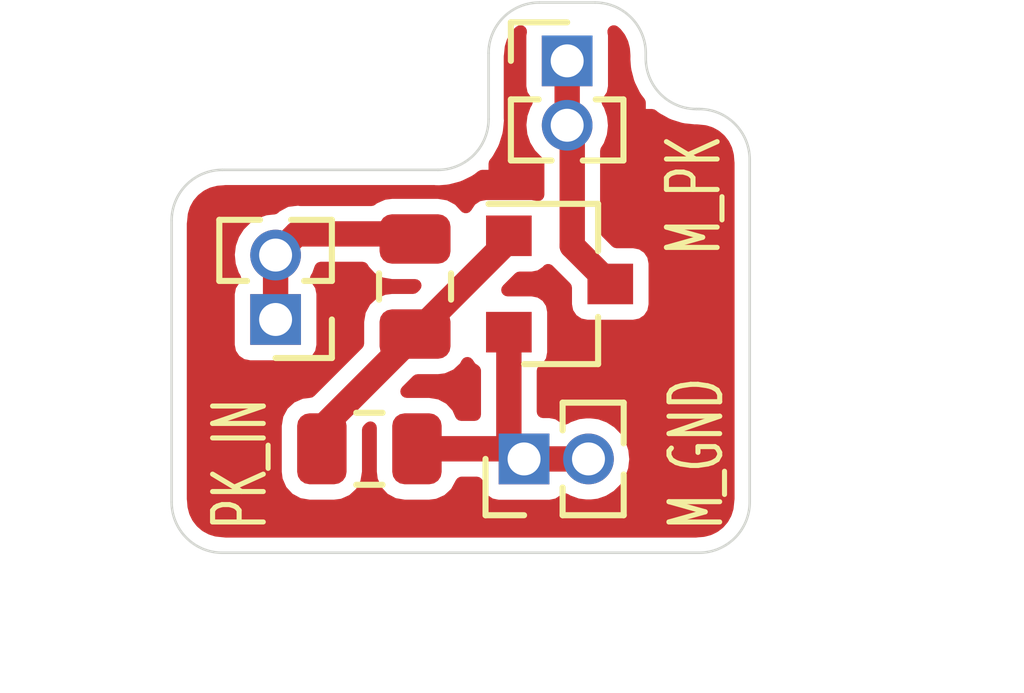
<source format=kicad_pcb>
(kicad_pcb (version 20190605) (host pcbnew "(5.99.0-21-g5348f88a8)")

  (general
    (thickness 1.6)
    (drawings 29)
    (tracks 20)
    (modules 6)
    (nets 5)
  )

  (page "A4")
  (layers
    (0 "F.Cu" signal)
    (31 "B.Cu" signal)
    (32 "B.Adhes" user)
    (33 "F.Adhes" user)
    (34 "B.Paste" user)
    (35 "F.Paste" user)
    (36 "B.SilkS" user)
    (37 "F.SilkS" user)
    (38 "B.Mask" user)
    (39 "F.Mask" user)
    (40 "Dwgs.User" user)
    (41 "Cmts.User" user)
    (42 "Eco1.User" user)
    (43 "Eco2.User" user)
    (44 "Edge.Cuts" user)
    (45 "Margin" user)
    (46 "B.CrtYd" user)
    (47 "F.CrtYd" user)
    (48 "B.Fab" user)
    (49 "F.Fab" user)
  )

  (setup
    (last_trace_width 0.5)
    (trace_clearance 0.2)
    (zone_clearance 0.3)
    (zone_45_only no)
    (trace_min 0.2)
    (via_size 0.8)
    (via_drill 0.4)
    (via_min_size 0.4)
    (via_min_drill 0.3)
    (uvia_size 0.3)
    (uvia_drill 0.1)
    (uvias_allowed no)
    (uvia_min_size 0.2)
    (uvia_min_drill 0.1)
    (max_error 0.005)
    (defaults
      (edge_clearance 0.01)
      (edge_cuts_line_width 0.05)
      (courtyard_line_width 0.05)
      (copper_line_width 0.2)
      (copper_text_dims (size 1.5 1.5) (thickness 0.3) keep_upright)
      (silk_line_width 0.12)
      (silk_text_dims (size 1 1) (thickness 0.15) keep_upright)
      (other_layers_line_width 0.1)
      (other_layers_text_dims (size 1 1) (thickness 0.15) keep_upright)
    )
    (pad_size 1.524 1.524)
    (pad_drill 0.762)
    (pad_to_mask_clearance 0.051)
    (solder_mask_min_width 0.25)
    (aux_axis_origin 0 0)
    (visible_elements FFFFFF7F)
    (pcbplotparams
      (layerselection 0x010fc_ffffffff)
      (usegerberextensions false)
      (usegerberattributes false)
      (usegerberadvancedattributes false)
      (creategerberjobfile false)
      (excludeedgelayer true)
      (linewidth 0.100000)
      (plotframeref false)
      (viasonmask false)
      (mode 1)
      (useauxorigin false)
      (hpglpennumber 1)
      (hpglpenspeed 20)
      (hpglpendiameter 15.000000)
      (psnegative false)
      (psa4output false)
      (plotreference true)
      (plotvalue true)
      (plotinvisibletext false)
      (padsonsilk false)
      (subtractmaskfromsilk false)
      (outputformat 1)
      (mirror false)
      (drillshape 0)
      (scaleselection 1)
      (outputdirectory "Fab/"))
  )

  (net 0 "")
  (net 1 "/MCU_PWR_KEY")
  (net 2 "/M_PWR_KEY")
  (net 3 "/M_GND")
  (net 4 "Net-(Q1-Pad1)")

  (net_class "Default" "This is the default net class."
    (clearance 0.2)
    (trace_width 0.5)
    (via_dia 0.8)
    (via_drill 0.4)
    (uvia_dia 0.3)
    (uvia_drill 0.1)
    (add_net "/MCU_PWR_KEY")
    (add_net "/M_GND")
    (add_net "/M_PWR_KEY")
    (add_net "Net-(Q1-Pad1)")
  )

  (module "Resistor_SMD:R_0805_2012Metric" (layer "F.Cu") (tedit 5B36C52B) (tstamp 5DE982AA)
    (at 118 87 180)
    (descr "Resistor SMD 0805 (2012 Metric), square (rectangular) end terminal, IPC_7351 nominal, (Body size source: https://docs.google.com/spreadsheets/d/1BsfQQcO9C6DZCsRaXUlFlo91Tg2WpOkGARC1WS5S8t0/edit?usp=sharing), generated with kicad-footprint-generator")
    (tags "resistor")
    (path "/5DE96132")
    (attr smd)
    (fp_text reference "R2" (at 0 -1.65) (layer "F.SilkS") hide
      (effects (font (size 1 1) (thickness 0.15)))
    )
    (fp_text value "47k" (at 0 1.65) (layer "F.Fab")
      (effects (font (size 1 1) (thickness 0.15)))
    )
    (fp_line (start -1 0.6) (end -1 -0.6) (layer "F.Fab") (width 0.1))
    (fp_line (start -1 -0.6) (end 1 -0.6) (layer "F.Fab") (width 0.1))
    (fp_line (start 1 -0.6) (end 1 0.6) (layer "F.Fab") (width 0.1))
    (fp_line (start 1 0.6) (end -1 0.6) (layer "F.Fab") (width 0.1))
    (fp_line (start -0.258578 -0.71) (end 0.258578 -0.71) (layer "F.SilkS") (width 0.12))
    (fp_line (start -0.258578 0.71) (end 0.258578 0.71) (layer "F.SilkS") (width 0.12))
    (fp_line (start -1.68 0.95) (end -1.68 -0.95) (layer "F.CrtYd") (width 0.05))
    (fp_line (start -1.68 -0.95) (end 1.68 -0.95) (layer "F.CrtYd") (width 0.05))
    (fp_line (start 1.68 -0.95) (end 1.68 0.95) (layer "F.CrtYd") (width 0.05))
    (fp_line (start 1.68 0.95) (end -1.68 0.95) (layer "F.CrtYd") (width 0.05))
    (fp_text user "%R" (at 0 0) (layer "F.Fab")
      (effects (font (size 0.5 0.5) (thickness 0.08)))
    )
    (pad "2" smd roundrect (at 0.9375 0 180) (size 0.975 1.4) (layers "F.Cu" "F.Paste" "F.Mask") (roundrect_rratio 0.25)
      (net 4 "Net-(Q1-Pad1)"))
    (pad "1" smd roundrect (at -0.9375 0 180) (size 0.975 1.4) (layers "F.Cu" "F.Paste" "F.Mask") (roundrect_rratio 0.25)
      (net 3 "/M_GND"))
    (model "${KISYS3DMOD}/Resistor_SMD.3dshapes/R_0805_2012Metric.wrl"
      (at (xyz 0 0 0))
      (scale (xyz 1 1 1))
      (rotate (xyz 0 0 0))
    )
  )

  (module "Resistor_SMD:R_0805_2012Metric" (layer "F.Cu") (tedit 5B36C52B) (tstamp 5DE98299)
    (at 118.9 83.8 90)
    (descr "Resistor SMD 0805 (2012 Metric), square (rectangular) end terminal, IPC_7351 nominal, (Body size source: https://docs.google.com/spreadsheets/d/1BsfQQcO9C6DZCsRaXUlFlo91Tg2WpOkGARC1WS5S8t0/edit?usp=sharing), generated with kicad-footprint-generator")
    (tags "resistor")
    (path "/5DE95E56")
    (attr smd)
    (fp_text reference "R1" (at 0 -1.65 90) (layer "F.SilkS") hide
      (effects (font (size 1 1) (thickness 0.15)))
    )
    (fp_text value "4.7k" (at 0 1.65 90) (layer "F.Fab")
      (effects (font (size 1 1) (thickness 0.15)))
    )
    (fp_line (start -1 0.6) (end -1 -0.6) (layer "F.Fab") (width 0.1))
    (fp_line (start -1 -0.6) (end 1 -0.6) (layer "F.Fab") (width 0.1))
    (fp_line (start 1 -0.6) (end 1 0.6) (layer "F.Fab") (width 0.1))
    (fp_line (start 1 0.6) (end -1 0.6) (layer "F.Fab") (width 0.1))
    (fp_line (start -0.258578 -0.71) (end 0.258578 -0.71) (layer "F.SilkS") (width 0.12))
    (fp_line (start -0.258578 0.71) (end 0.258578 0.71) (layer "F.SilkS") (width 0.12))
    (fp_line (start -1.68 0.95) (end -1.68 -0.95) (layer "F.CrtYd") (width 0.05))
    (fp_line (start -1.68 -0.95) (end 1.68 -0.95) (layer "F.CrtYd") (width 0.05))
    (fp_line (start 1.68 -0.95) (end 1.68 0.95) (layer "F.CrtYd") (width 0.05))
    (fp_line (start 1.68 0.95) (end -1.68 0.95) (layer "F.CrtYd") (width 0.05))
    (fp_text user "%R" (at 0 0 90) (layer "F.Fab")
      (effects (font (size 0.5 0.5) (thickness 0.08)))
    )
    (pad "2" smd roundrect (at 0.9375 0 90) (size 0.975 1.4) (layers "F.Cu" "F.Paste" "F.Mask") (roundrect_rratio 0.25)
      (net 1 "/MCU_PWR_KEY"))
    (pad "1" smd roundrect (at -0.9375 0 90) (size 0.975 1.4) (layers "F.Cu" "F.Paste" "F.Mask") (roundrect_rratio 0.25)
      (net 4 "Net-(Q1-Pad1)"))
    (model "${KISYS3DMOD}/Resistor_SMD.3dshapes/R_0805_2012Metric.wrl"
      (at (xyz 0 0 0))
      (scale (xyz 1 1 1))
      (rotate (xyz 0 0 0))
    )
  )

  (module "Package_TO_SOT_SMD:SOT-23" (layer "F.Cu") (tedit 5A02FF57) (tstamp 5DE98288)
    (at 121.75 83.75)
    (descr "SOT-23, Standard")
    (tags "SOT-23")
    (path "/5DE93157")
    (attr smd)
    (fp_text reference "Q1" (at 0 -2.5) (layer "F.SilkS") hide
      (effects (font (size 1 1) (thickness 0.15)))
    )
    (fp_text value "MMBT3904" (at -0.05 2.3) (layer "F.Fab")
      (effects (font (size 1 1) (thickness 0.15)))
    )
    (fp_text user "%R" (at 0 0 90) (layer "F.Fab")
      (effects (font (size 0.5 0.5) (thickness 0.075)))
    )
    (fp_line (start -0.7 -0.95) (end -0.7 1.5) (layer "F.Fab") (width 0.1))
    (fp_line (start -0.15 -1.52) (end 0.7 -1.52) (layer "F.Fab") (width 0.1))
    (fp_line (start -0.7 -0.95) (end -0.15 -1.52) (layer "F.Fab") (width 0.1))
    (fp_line (start 0.7 -1.52) (end 0.7 1.52) (layer "F.Fab") (width 0.1))
    (fp_line (start -0.7 1.52) (end 0.7 1.52) (layer "F.Fab") (width 0.1))
    (fp_line (start 0.76 1.58) (end 0.76 0.65) (layer "F.SilkS") (width 0.12))
    (fp_line (start 0.76 -1.58) (end 0.76 -0.65) (layer "F.SilkS") (width 0.12))
    (fp_line (start -1.7 -1.75) (end 1.7 -1.75) (layer "F.CrtYd") (width 0.05))
    (fp_line (start 1.7 -1.75) (end 1.7 1.75) (layer "F.CrtYd") (width 0.05))
    (fp_line (start 1.7 1.75) (end -1.7 1.75) (layer "F.CrtYd") (width 0.05))
    (fp_line (start -1.7 1.75) (end -1.7 -1.75) (layer "F.CrtYd") (width 0.05))
    (fp_line (start 0.76 -1.58) (end -1.4 -1.58) (layer "F.SilkS") (width 0.12))
    (fp_line (start 0.76 1.58) (end -0.7 1.58) (layer "F.SilkS") (width 0.12))
    (pad "3" smd rect (at 1 0) (size 0.9 0.8) (layers "F.Cu" "F.Paste" "F.Mask")
      (net 2 "/M_PWR_KEY"))
    (pad "2" smd rect (at -1 0.95) (size 0.9 0.8) (layers "F.Cu" "F.Paste" "F.Mask")
      (net 3 "/M_GND"))
    (pad "1" smd rect (at -1 -0.95) (size 0.9 0.8) (layers "F.Cu" "F.Paste" "F.Mask")
      (net 4 "Net-(Q1-Pad1)"))
    (model "${KISYS3DMOD}/Package_TO_SOT_SMD.3dshapes/SOT-23.wrl"
      (at (xyz 0 0 0))
      (scale (xyz 1 1 1))
      (rotate (xyz 0 0 0))
    )
  )

  (module "Connector_PinHeader_1.27mm:PinHeader_1x02_P1.27mm_Vertical" (layer "F.Cu") (tedit 59FED6E3) (tstamp 5DE98273)
    (at 121.05 87.2 90)
    (descr "Through hole straight pin header, 1x02, 1.27mm pitch, single row")
    (tags "Through hole pin header THT 1x02 1.27mm single row")
    (path "/5DEA0D85")
    (fp_text reference "J3" (at 0 -1.695 90) (layer "F.SilkS") hide
      (effects (font (size 1 1) (thickness 0.15)))
    )
    (fp_text value "M_GND" (at 1.3 2.95 90) (layer "F.Fab")
      (effects (font (size 1 1) (thickness 0.15)))
    )
    (fp_line (start -0.525 -0.635) (end 1.05 -0.635) (layer "F.Fab") (width 0.1))
    (fp_line (start 1.05 -0.635) (end 1.05 1.905) (layer "F.Fab") (width 0.1))
    (fp_line (start 1.05 1.905) (end -1.05 1.905) (layer "F.Fab") (width 0.1))
    (fp_line (start -1.05 1.905) (end -1.05 -0.11) (layer "F.Fab") (width 0.1))
    (fp_line (start -1.05 -0.11) (end -0.525 -0.635) (layer "F.Fab") (width 0.1))
    (fp_line (start -1.11 1.965) (end -0.30753 1.965) (layer "F.SilkS") (width 0.12))
    (fp_line (start 0.30753 1.965) (end 1.11 1.965) (layer "F.SilkS") (width 0.12))
    (fp_line (start -1.11 0.76) (end -1.11 1.965) (layer "F.SilkS") (width 0.12))
    (fp_line (start 1.11 0.76) (end 1.11 1.965) (layer "F.SilkS") (width 0.12))
    (fp_line (start -1.11 0.76) (end -0.563471 0.76) (layer "F.SilkS") (width 0.12))
    (fp_line (start 0.563471 0.76) (end 1.11 0.76) (layer "F.SilkS") (width 0.12))
    (fp_line (start -1.11 0) (end -1.11 -0.76) (layer "F.SilkS") (width 0.12))
    (fp_line (start -1.11 -0.76) (end 0 -0.76) (layer "F.SilkS") (width 0.12))
    (fp_line (start -1.55 -1.15) (end -1.55 2.45) (layer "F.CrtYd") (width 0.05))
    (fp_line (start -1.55 2.45) (end 1.55 2.45) (layer "F.CrtYd") (width 0.05))
    (fp_line (start 1.55 2.45) (end 1.55 -1.15) (layer "F.CrtYd") (width 0.05))
    (fp_line (start 1.55 -1.15) (end -1.55 -1.15) (layer "F.CrtYd") (width 0.05))
    (fp_text user "%R" (at 0 0.635) (layer "F.Fab")
      (effects (font (size 1 1) (thickness 0.15)))
    )
    (pad "2" thru_hole oval (at 0 1.27 90) (size 1 1) (drill 0.65) (layers *.Cu *.Mask)
      (net 3 "/M_GND"))
    (pad "1" thru_hole rect (at 0 0 90) (size 1 1) (drill 0.65) (layers *.Cu *.Mask)
      (net 3 "/M_GND"))
    (model "${KISYS3DMOD}/Connector_PinHeader_1.27mm.3dshapes/PinHeader_1x02_P1.27mm_Vertical.wrl"
      (at (xyz 0 0 0))
      (scale (xyz 1 1 1))
      (rotate (xyz 0 0 0))
    )
  )

  (module "Connector_PinHeader_1.27mm:PinHeader_1x02_P1.27mm_Vertical" (layer "F.Cu") (tedit 59FED6E3) (tstamp 5DE9825B)
    (at 121.9 79.35)
    (descr "Through hole straight pin header, 1x02, 1.27mm pitch, single row")
    (tags "Through hole pin header THT 1x02 1.27mm single row")
    (path "/5DE9446F")
    (fp_text reference "J2" (at 0 -1.695) (layer "F.SilkS") hide
      (effects (font (size 1 1) (thickness 0.15)))
    )
    (fp_text value "M_PWR_KEY" (at 0 2.965) (layer "F.Fab")
      (effects (font (size 1 1) (thickness 0.15)))
    )
    (fp_line (start -0.525 -0.635) (end 1.05 -0.635) (layer "F.Fab") (width 0.1))
    (fp_line (start 1.05 -0.635) (end 1.05 1.905) (layer "F.Fab") (width 0.1))
    (fp_line (start 1.05 1.905) (end -1.05 1.905) (layer "F.Fab") (width 0.1))
    (fp_line (start -1.05 1.905) (end -1.05 -0.11) (layer "F.Fab") (width 0.1))
    (fp_line (start -1.05 -0.11) (end -0.525 -0.635) (layer "F.Fab") (width 0.1))
    (fp_line (start -1.11 1.965) (end -0.30753 1.965) (layer "F.SilkS") (width 0.12))
    (fp_line (start 0.30753 1.965) (end 1.11 1.965) (layer "F.SilkS") (width 0.12))
    (fp_line (start -1.11 0.76) (end -1.11 1.965) (layer "F.SilkS") (width 0.12))
    (fp_line (start 1.11 0.76) (end 1.11 1.965) (layer "F.SilkS") (width 0.12))
    (fp_line (start -1.11 0.76) (end -0.563471 0.76) (layer "F.SilkS") (width 0.12))
    (fp_line (start 0.563471 0.76) (end 1.11 0.76) (layer "F.SilkS") (width 0.12))
    (fp_line (start -1.11 0) (end -1.11 -0.76) (layer "F.SilkS") (width 0.12))
    (fp_line (start -1.11 -0.76) (end 0 -0.76) (layer "F.SilkS") (width 0.12))
    (fp_line (start -1.55 -1.15) (end -1.55 2.45) (layer "F.CrtYd") (width 0.05))
    (fp_line (start -1.55 2.45) (end 1.55 2.45) (layer "F.CrtYd") (width 0.05))
    (fp_line (start 1.55 2.45) (end 1.55 -1.15) (layer "F.CrtYd") (width 0.05))
    (fp_line (start 1.55 -1.15) (end -1.55 -1.15) (layer "F.CrtYd") (width 0.05))
    (fp_text user "%R" (at 0 0.635 90) (layer "F.Fab")
      (effects (font (size 1 1) (thickness 0.15)))
    )
    (pad "2" thru_hole oval (at 0 1.27) (size 1 1) (drill 0.65) (layers *.Cu *.Mask)
      (net 2 "/M_PWR_KEY"))
    (pad "1" thru_hole rect (at 0 0) (size 1 1) (drill 0.65) (layers *.Cu *.Mask)
      (net 2 "/M_PWR_KEY"))
    (model "${KISYS3DMOD}/Connector_PinHeader_1.27mm.3dshapes/PinHeader_1x02_P1.27mm_Vertical.wrl"
      (at (xyz 0 0 0))
      (scale (xyz 1 1 1))
      (rotate (xyz 0 0 0))
    )
  )

  (module "Connector_PinHeader_1.27mm:PinHeader_1x02_P1.27mm_Vertical" (layer "F.Cu") (tedit 59FED6E3) (tstamp 5DE98243)
    (at 116.15 84.45 180)
    (descr "Through hole straight pin header, 1x02, 1.27mm pitch, single row")
    (tags "Through hole pin header THT 1x02 1.27mm single row")
    (path "/5DE992B3")
    (fp_text reference "J1" (at 0 -1.695) (layer "F.SilkS") hide
      (effects (font (size 1 1) (thickness 0.15)))
    )
    (fp_text value "MCU_PWR_KEY" (at 0 2.965) (layer "F.Fab")
      (effects (font (size 1 1) (thickness 0.15)))
    )
    (fp_line (start -0.525 -0.635) (end 1.05 -0.635) (layer "F.Fab") (width 0.1))
    (fp_line (start 1.05 -0.635) (end 1.05 1.905) (layer "F.Fab") (width 0.1))
    (fp_line (start 1.05 1.905) (end -1.05 1.905) (layer "F.Fab") (width 0.1))
    (fp_line (start -1.05 1.905) (end -1.05 -0.11) (layer "F.Fab") (width 0.1))
    (fp_line (start -1.05 -0.11) (end -0.525 -0.635) (layer "F.Fab") (width 0.1))
    (fp_line (start -1.11 1.965) (end -0.30753 1.965) (layer "F.SilkS") (width 0.12))
    (fp_line (start 0.30753 1.965) (end 1.11 1.965) (layer "F.SilkS") (width 0.12))
    (fp_line (start -1.11 0.76) (end -1.11 1.965) (layer "F.SilkS") (width 0.12))
    (fp_line (start 1.11 0.76) (end 1.11 1.965) (layer "F.SilkS") (width 0.12))
    (fp_line (start -1.11 0.76) (end -0.563471 0.76) (layer "F.SilkS") (width 0.12))
    (fp_line (start 0.563471 0.76) (end 1.11 0.76) (layer "F.SilkS") (width 0.12))
    (fp_line (start -1.11 0) (end -1.11 -0.76) (layer "F.SilkS") (width 0.12))
    (fp_line (start -1.11 -0.76) (end 0 -0.76) (layer "F.SilkS") (width 0.12))
    (fp_line (start -1.55 -1.15) (end -1.55 2.45) (layer "F.CrtYd") (width 0.05))
    (fp_line (start -1.55 2.45) (end 1.55 2.45) (layer "F.CrtYd") (width 0.05))
    (fp_line (start 1.55 2.45) (end 1.55 -1.15) (layer "F.CrtYd") (width 0.05))
    (fp_line (start 1.55 -1.15) (end -1.55 -1.15) (layer "F.CrtYd") (width 0.05))
    (fp_text user "%R" (at 0 0.635 90) (layer "F.Fab")
      (effects (font (size 1 1) (thickness 0.15)))
    )
    (pad "2" thru_hole oval (at 0 1.27 180) (size 1 1) (drill 0.65) (layers *.Cu *.Mask)
      (net 1 "/MCU_PWR_KEY"))
    (pad "1" thru_hole rect (at 0 0 180) (size 1 1) (drill 0.65) (layers *.Cu *.Mask)
      (net 1 "/MCU_PWR_KEY"))
    (model "${KISYS3DMOD}/Connector_PinHeader_1.27mm.3dshapes/PinHeader_1x02_P1.27mm_Vertical.wrl"
      (at (xyz 0 0 0))
      (scale (xyz 1 1 1))
      (rotate (xyz 0 0 0))
    )
  )

  (dimension 10.85 (width 0.1) (layer "Eco2.User")
    (gr_text "10.850 mm" (at 129.5 83.625 270) (layer "Eco2.User")
      (effects (font (size 1 1) (thickness 0.15)))
    )
    (feature1 (pts (xy 123.45 89.05) (xy 128.836421 89.05)))
    (feature2 (pts (xy 123.45 78.2) (xy 128.836421 78.2)))
    (crossbar (pts (xy 128.25 78.2) (xy 128.25 89.05)))
    (arrow1a (pts (xy 128.25 89.05) (xy 127.663579 87.923496)))
    (arrow1b (pts (xy 128.25 89.05) (xy 128.836421 87.923496)))
    (arrow2a (pts (xy 128.25 78.2) (xy 127.663579 79.326504)))
    (arrow2b (pts (xy 128.25 78.2) (xy 128.836421 79.326504)))
  )
  (dimension 11.4 (width 0.1) (layer "Eco2.User")
    (gr_text "11.400 mm" (at 119.8 92.449999) (layer "Eco2.User")
      (effects (font (size 1 1) (thickness 0.15)))
    )
    (feature1 (pts (xy 125.5 89.05) (xy 125.5 91.78642)))
    (feature2 (pts (xy 114.1 89.05) (xy 114.1 91.78642)))
    (crossbar (pts (xy 114.1 91.199999) (xy 125.5 91.199999)))
    (arrow1a (pts (xy 125.5 91.199999) (xy 124.373496 91.78642)))
    (arrow1b (pts (xy 125.5 91.199999) (xy 124.373496 90.613578)))
    (arrow2a (pts (xy 114.1 91.199999) (xy 115.226504 91.78642)))
    (arrow2b (pts (xy 114.1 91.199999) (xy 115.226504 90.613578)))
  )
  (gr_line (start 114.1 82.5) (end 114.1 88.05) (layer "Edge.Cuts") (width 0.05))
  (gr_line (start 119.35 81.5) (end 115.1 81.5) (layer "Edge.Cuts") (width 0.05))
  (gr_line (start 120.35 79.2) (end 120.35 80.5) (layer "Edge.Cuts") (width 0.05))
  (gr_line (start 122.45 78.2) (end 121.35 78.2) (layer "Edge.Cuts") (width 0.05))
  (gr_line (start 123.45 79.2) (end 123.45 79.3) (layer "Edge.Cuts") (width 0.05))
  (gr_line (start 124.5 80.3) (end 124.45 80.3) (layer "Edge.Cuts") (width 0.05))
  (gr_line (start 125.5 88.05) (end 125.5 81.3) (layer "Edge.Cuts") (width 0.05))
  (gr_line (start 115.1 89.05) (end 124.5 89.05) (layer "Edge.Cuts") (width 0.05))
  (gr_arc (start 115.1 88.05) (end 114.1 88.05) (angle -90) (layer "Edge.Cuts") (width 0.05))
  (gr_arc (start 124.5 88.05) (end 124.5 89.05) (angle -90) (layer "Edge.Cuts") (width 0.05))
  (gr_arc (start 124.5 81.3) (end 125.5 81.3) (angle -90) (layer "Edge.Cuts") (width 0.05))
  (gr_arc (start 124.45 79.3) (end 123.45 79.3) (angle -90) (layer "Edge.Cuts") (width 0.05))
  (gr_arc (start 122.45 79.2) (end 123.45 79.2) (angle -90) (layer "Edge.Cuts") (width 0.05))
  (gr_arc (start 121.35 79.2) (end 121.35 78.2) (angle -90) (layer "Edge.Cuts") (width 0.05))
  (gr_arc (start 115.1 82.5) (end 115.1 81.5) (angle -90) (layer "Edge.Cuts") (width 0.05))
  (gr_arc (start 119.35 80.5) (end 119.35 81.5) (angle -90) (layer "Edge.Cuts") (width 0.05))
  (gr_line (start 120.35 81.5) (end 114.1 81.5) (layer "Eco1.User") (width 0.1))
  (gr_line (start 120.35 78.2) (end 120.35 81.5) (layer "Eco1.User") (width 0.1))
  (gr_line (start 123.45 78.2) (end 120.35 78.2) (layer "Eco1.User") (width 0.1))
  (gr_line (start 123.45 80.3) (end 123.45 78.2) (layer "Eco1.User") (width 0.1))
  (gr_line (start 125.5 80.3) (end 123.45 80.3) (layer "Eco1.User") (width 0.1))
  (gr_line (start 125.5 89.05) (end 125.5 80.3) (layer "Eco1.User") (width 0.1))
  (gr_line (start 114.1 89.05) (end 125.5 89.05) (layer "Eco1.User") (width 0.1))
  (gr_line (start 114.1 81.5) (end 114.1 89.05) (layer "Eco1.User") (width 0.1))
  (gr_text "M_PK" (at 124.4 82 90) (layer "F.SilkS") (tstamp 5DE98CA2)
    (effects (font (size 1 0.6) (thickness 0.1)))
  )
  (gr_text "M_GND" (at 124.45 87.1 90) (layer "F.SilkS") (tstamp 5DE98CA0)
    (effects (font (size 1 0.6) (thickness 0.1)))
  )
  (gr_text "PK_IN" (at 115.45 87.3 90) (layer "F.SilkS")
    (effects (font (size 1 0.6) (thickness 0.1)))
  )

  (segment (start 118.9 84.75) (end 117.0625 86.5875) (width 0.5) (layer "F.Cu") (net 4))
  (segment (start 118.9 84.7375) (end 118.9 84.75) (width 0.5) (layer "F.Cu") (net 4))
  (segment (start 117.0625 86.5875) (end 117.0625 87) (width 0.5) (layer "F.Cu") (net 4))
  (segment (start 120.75 82.8) (end 120.75 82.8875) (width 0.5) (layer "F.Cu") (net 4))
  (segment (start 120.75 82.8875) (end 118.9 84.7375) (width 0.5) (layer "F.Cu") (net 4))
  (segment (start 120.75 84.7) (end 120.75 86.9) (width 0.5) (layer "F.Cu") (net 3))
  (segment (start 120.75 86.9) (end 121.05 87.2) (width 0.5) (layer "F.Cu") (net 3))
  (segment (start 118.9375 87) (end 120.85 87) (width 0.5) (layer "F.Cu") (net 3))
  (segment (start 120.85 87) (end 121.05 87.2) (width 0.5) (layer "F.Cu") (net 3))
  (segment (start 118.9 82.8625) (end 118.9 82.7625) (width 0.5) (layer "F.Cu") (net 1))
  (segment (start 122 83) (end 122 80.72) (width 0.5) (layer "F.Cu") (net 2))
  (segment (start 122.75 83.75) (end 122 83) (width 0.5) (layer "F.Cu") (net 2))
  (segment (start 122 80.72) (end 121.9 80.62) (width 0.5) (layer "F.Cu") (net 2))
  (segment (start 121.9 79.35) (end 121.9 80.62) (width 0.5) (layer "F.Cu") (net 2))
  (segment (start 122.32 87.2) (end 121.05 87.2) (width 0.5) (layer "F.Cu") (net 3))
  (segment (start 120.75 82.8) (end 120.7375 82.8) (width 0.5) (layer "F.Cu") (net 4))
  (segment (start 118.9 84.6375) (end 118.9 84.8625) (width 0.5) (layer "F.Cu") (net 4))
  (segment (start 118.9 82.7625) (end 116.5675 82.7625) (width 0.5) (layer "F.Cu") (net 1))
  (segment (start 116.5675 82.7625) (end 116.15 83.18) (width 0.5) (layer "F.Cu") (net 1))
  (segment (start 116.15 83.18) (end 116.15 84.45) (width 0.5) (layer "F.Cu") (net 1))

  (zone (net 0) (net_name "") (layer "F.Cu") (tstamp 0) (hatch edge 0.508)
    (connect_pads (clearance 0.3))
    (min_thickness 0.254)
    (fill yes (thermal_gap 0.508) (thermal_bridge_width 0.508))
    (polygon
      (pts
        (xy 120.35 78.2) (xy 120.35 81.5) (xy 114.1 81.5) (xy 114.1 89.05) (xy 125.5 89.05)
        (xy 125.5 80.3) (xy 123.45 80.3) (xy 123.45 78.2)
      )
    )
    (filled_polygon
      (pts
        (xy 120.968123 78.83759) (xy 120.968123 79.86241) (xy 120.998718 80.016217) (xy 121.092871 80.157129) (xy 121.095745 80.159049)
        (xy 121.062457 80.211503) (xy 120.992769 80.40721) (xy 120.968171 80.613495) (xy 120.989885 80.820101) (xy 121.056835 81.016763)
        (xy 121.16569 81.193706) (xy 121.311042 81.342133) (xy 121.324001 81.350485) (xy 121.324 81.99032) (xy 121.21241 81.968123)
        (xy 120.28759 81.968123) (xy 120.133783 81.998718) (xy 119.992871 82.092871) (xy 119.901662 82.229377) (xy 119.769936 82.086285)
        (xy 119.573354 81.9799) (xy 119.36332 81.944852) (xy 118.439298 81.944852) (xy 118.27799 81.964959) (xy 118.075737 82.053675)
        (xy 118.04008 82.0865) (xy 116.639622 82.0865) (xy 116.599783 82.077923) (xy 116.527316 82.0865) (xy 116.511394 82.0865)
        (xy 116.472207 82.093023) (xy 116.370698 82.105037) (xy 116.35921 82.111831) (xy 116.345506 82.114112) (xy 116.147451 82.220977)
        (xy 116.116925 82.254) (xy 116.097827 82.254) (xy 115.94355 82.271305) (xy 115.74736 82.339626) (xy 115.571183 82.449713)
        (xy 115.423773 82.596098) (xy 115.312457 82.771503) (xy 115.242769 82.96721) (xy 115.218171 83.173495) (xy 115.239885 83.380101)
        (xy 115.306835 83.576763) (xy 115.346155 83.640677) (xy 115.342871 83.642871) (xy 115.248718 83.783783) (xy 115.218123 83.93759)
        (xy 115.218123 84.96241) (xy 115.248718 85.116217) (xy 115.342871 85.257129) (xy 115.483783 85.351282) (xy 115.63759 85.381877)
        (xy 116.66241 85.381877) (xy 116.816217 85.351282) (xy 116.957129 85.257129) (xy 117.051282 85.116217) (xy 117.081877 84.96241)
        (xy 117.081877 83.93759) (xy 117.051282 83.783783) (xy 116.957129 83.642871) (xy 116.954255 83.640951) (xy 116.987543 83.588497)
        (xy 117.040954 83.4385) (xy 117.862988 83.4385) (xy 117.878676 83.474264) (xy 118.030064 83.638715) (xy 118.226646 83.7451)
        (xy 118.43668 83.780148) (xy 118.901345 83.780148) (xy 118.861641 83.819852) (xy 118.439298 83.819852) (xy 118.27799 83.839959)
        (xy 118.075737 83.928675) (xy 117.911285 84.080064) (xy 117.8049 84.276646) (xy 117.769852 84.48668) (xy 117.769852 84.92414)
        (xy 116.824141 85.869852) (xy 116.814298 85.869852) (xy 116.65299 85.889959) (xy 116.450737 85.978675) (xy 116.286285 86.130064)
        (xy 116.1799 86.326646) (xy 116.144852 86.53668) (xy 116.144852 87.460702) (xy 116.164959 87.62201) (xy 116.253675 87.824263)
        (xy 116.405064 87.988715) (xy 116.601646 88.0951) (xy 116.81168 88.130148) (xy 117.310702 88.130148) (xy 117.47201 88.110041)
        (xy 117.674263 88.021325) (xy 117.838715 87.869936) (xy 117.9451 87.673354) (xy 117.980148 87.46332) (xy 117.980148 86.625858)
        (xy 118.019852 86.586154) (xy 118.019852 87.460702) (xy 118.039959 87.62201) (xy 118.128675 87.824263) (xy 118.280064 87.988715)
        (xy 118.476646 88.0951) (xy 118.68668 88.130148) (xy 119.185702 88.130148) (xy 119.34701 88.110041) (xy 119.549263 88.021325)
        (xy 119.713715 87.869936) (xy 119.818668 87.676) (xy 120.118123 87.676) (xy 120.118123 87.71241) (xy 120.148718 87.866217)
        (xy 120.242871 88.007129) (xy 120.383783 88.101282) (xy 120.53759 88.131877) (xy 121.56241 88.131877) (xy 121.716217 88.101282)
        (xy 121.857129 88.007129) (xy 121.858875 88.004516) (xy 121.905665 88.034671) (xy 122.101301 88.105877) (xy 122.270063 88.126)
        (xy 122.372173 88.126) (xy 122.52645 88.108695) (xy 122.72264 88.040374) (xy 122.898817 87.930287) (xy 123.046227 87.783902)
        (xy 123.157543 87.608497) (xy 123.227231 87.41279) (xy 123.251829 87.206505) (xy 123.230115 86.999899) (xy 123.163165 86.803237)
        (xy 123.05431 86.626294) (xy 122.908958 86.477867) (xy 122.734334 86.365329) (xy 122.538699 86.294123) (xy 122.369937 86.274)
        (xy 122.267827 86.274) (xy 122.11355 86.291305) (xy 121.91736 86.359626) (xy 121.859199 86.395969) (xy 121.857129 86.392871)
        (xy 121.716217 86.298718) (xy 121.56241 86.268123) (xy 121.426 86.268123) (xy 121.426 85.461337) (xy 121.507129 85.407129)
        (xy 121.601282 85.266217) (xy 121.631877 85.11241) (xy 121.631877 84.28759) (xy 121.601282 84.133783) (xy 121.507129 83.992871)
        (xy 121.366217 83.898718) (xy 121.21241 83.868123) (xy 120.725385 83.868123) (xy 120.961632 83.631877) (xy 121.21241 83.631877)
        (xy 121.366217 83.601282) (xy 121.507129 83.507129) (xy 121.524521 83.4811) (xy 121.532084 83.488091) (xy 121.868123 83.824131)
        (xy 121.868123 84.16241) (xy 121.898718 84.316217) (xy 121.992871 84.457129) (xy 122.133783 84.551282) (xy 122.28759 84.581877)
        (xy 123.21241 84.581877) (xy 123.366217 84.551282) (xy 123.507129 84.457129) (xy 123.601282 84.316217) (xy 123.631877 84.16241)
        (xy 123.631877 83.33759) (xy 123.601282 83.183783) (xy 123.507129 83.042871) (xy 123.366217 82.948718) (xy 123.21241 82.918123)
        (xy 122.874132 82.918123) (xy 122.676 82.719992) (xy 122.676 81.125473) (xy 122.737543 81.028497) (xy 122.807231 80.83279)
        (xy 122.831829 80.626505) (xy 122.810115 80.419899) (xy 122.743165 80.223237) (xy 122.703845 80.159323) (xy 122.707129 80.157129)
        (xy 122.801282 80.016217) (xy 122.831877 79.86241) (xy 122.831877 78.83759) (xy 122.819243 78.774079) (xy 122.860301 78.809269)
        (xy 122.930491 78.899758) (xy 122.981051 79.00251) (xy 123.011254 79.118463) (xy 123.020967 79.24468) (xy 123.021297 79.245917)
        (xy 123.019602 79.326939) (xy 123.032739 79.497663) (xy 123.035226 79.50698) (xy 123.042945 79.555714) (xy 123.093168 79.748524)
        (xy 123.093683 79.755151) (xy 123.09763 79.765651) (xy 123.098382 79.768539) (xy 123.100049 79.772086) (xy 123.123103 79.83342)
        (xy 123.211061 80.012175) (xy 123.212897 80.018565) (xy 123.218884 80.028073) (xy 123.220205 80.030757) (xy 123.222553 80.033899)
        (xy 123.257461 80.089333) (xy 123.324 80.175115) (xy 123.324 80.426) (xy 123.572371 80.426) (xy 123.591843 80.442689)
        (xy 123.596051 80.447836) (xy 123.605257 80.454186) (xy 123.607488 80.456099) (xy 123.610857 80.45805) (xy 123.664849 80.495296)
        (xy 123.839116 80.591894) (xy 123.84427 80.59609) (xy 123.854587 80.600469) (xy 123.857199 80.601917) (xy 123.86092 80.603157)
        (xy 123.921233 80.628758) (xy 124.111381 80.688346) (xy 124.117281 80.691422) (xy 124.128258 80.693635) (xy 124.131059 80.694513)
        (xy 124.134917 80.694978) (xy 124.199216 80.707942) (xy 124.417998 80.730166) (xy 124.447186 80.72774) (xy 124.450295 80.728367)
        (xy 124.613932 80.744989) (xy 124.723197 80.77923) (xy 124.82336 80.834752) (xy 124.910301 80.909269) (xy 124.980491 80.999758)
        (xy 125.031051 81.10251) (xy 125.061254 81.218463) (xy 125.070967 81.34468) (xy 125.074001 81.356043) (xy 125.074 87.988554)
        (xy 125.071633 88.000293) (xy 125.055011 88.16393) (xy 125.020767 88.273202) (xy 124.96525 88.373357) (xy 124.890729 88.460302)
        (xy 124.800238 88.530494) (xy 124.697497 88.581049) (xy 124.581537 88.611254) (xy 124.45532 88.620967) (xy 124.443961 88.624)
        (xy 115.161446 88.624) (xy 115.149707 88.621633) (xy 114.98607 88.605011) (xy 114.876798 88.570767) (xy 114.776643 88.51525)
        (xy 114.689698 88.440729) (xy 114.619506 88.350238) (xy 114.568951 88.247497) (xy 114.538746 88.131537) (xy 114.529033 88.00532)
        (xy 114.526 87.993961) (xy 114.526 82.561445) (xy 114.528367 82.549706) (xy 114.544989 82.386068) (xy 114.57923 82.276803)
        (xy 114.634752 82.17664) (xy 114.709269 82.089699) (xy 114.799758 82.019509) (xy 114.90251 81.968949) (xy 115.018463 81.938746)
        (xy 115.14468 81.929033) (xy 115.156039 81.926) (xy 119.284875 81.926) (xy 119.293353 81.928649) (xy 119.376939 81.930398)
        (xy 119.547663 81.917261) (xy 119.55698 81.914774) (xy 119.605714 81.907055) (xy 119.798524 81.856832) (xy 119.805151 81.856317)
        (xy 119.815651 81.85237) (xy 119.818539 81.851618) (xy 119.822086 81.849951) (xy 119.88342 81.826897) (xy 120.062175 81.738939)
        (xy 120.068565 81.737103) (xy 120.078073 81.731116) (xy 120.080757 81.729795) (xy 120.083899 81.727447) (xy 120.139333 81.692539)
        (xy 120.225115 81.626) (xy 120.476 81.626) (xy 120.476 81.377629) (xy 120.492689 81.358157) (xy 120.497836 81.353949)
        (xy 120.504186 81.344743) (xy 120.506099 81.342512) (xy 120.50805 81.339143) (xy 120.545296 81.285151) (xy 120.641894 81.110884)
        (xy 120.64609 81.10573) (xy 120.650469 81.095413) (xy 120.651917 81.092801) (xy 120.653157 81.08908) (xy 120.678758 81.028767)
        (xy 120.738346 80.838619) (xy 120.741422 80.832719) (xy 120.743635 80.821742) (xy 120.744513 80.818941) (xy 120.744978 80.815083)
        (xy 120.757942 80.750784) (xy 120.780166 80.532002) (xy 120.776 80.48187) (xy 120.776 79.261445) (xy 120.778367 79.249706)
        (xy 120.794989 79.086068) (xy 120.82923 78.976803) (xy 120.884752 78.87664) (xy 120.959269 78.789699) (xy 120.981003 78.772841)
      )
    )
    (filled_polygon
      (pts
        (xy 119.992871 85.407129) (xy 120.074 85.461337) (xy 120.074001 86.324) (xy 119.811358 86.324) (xy 119.746325 86.175737)
        (xy 119.594936 86.011285) (xy 119.398354 85.9049) (xy 119.18832 85.869852) (xy 118.736155 85.869852) (xy 118.950859 85.655148)
        (xy 119.360702 85.655148) (xy 119.52201 85.635041) (xy 119.724263 85.546325) (xy 119.888715 85.394936) (xy 119.931678 85.315547)
      )
    )
  )
)

</source>
